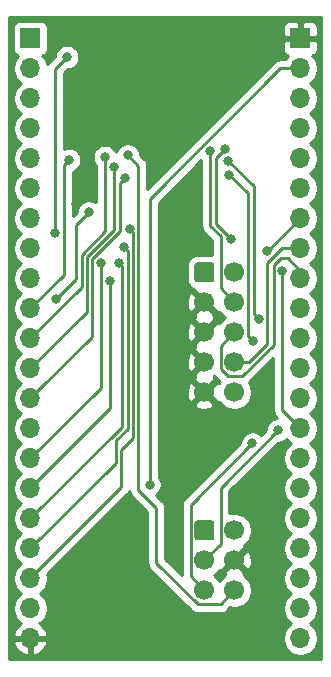
<source format=gbr>
%TF.GenerationSoftware,KiCad,Pcbnew,(5.1.6-0)*%
%TF.CreationDate,2021-10-14T13:54:28-06:00*%
%TF.ProjectId,ESP32-S2-Mini,45535033-322d-4533-922d-4d696e692e6b,rev?*%
%TF.SameCoordinates,Original*%
%TF.FileFunction,Copper,L2,Bot*%
%TF.FilePolarity,Positive*%
%FSLAX46Y46*%
G04 Gerber Fmt 4.6, Leading zero omitted, Abs format (unit mm)*
G04 Created by KiCad (PCBNEW (5.1.6-0)) date 2021-10-14 13:54:28*
%MOMM*%
%LPD*%
G01*
G04 APERTURE LIST*
%TA.AperFunction,ComponentPad*%
%ADD10C,1.700000*%
%TD*%
%TA.AperFunction,ComponentPad*%
%ADD11O,1.700000X1.700000*%
%TD*%
%TA.AperFunction,ComponentPad*%
%ADD12R,1.700000X1.700000*%
%TD*%
%TA.AperFunction,ViaPad*%
%ADD13C,0.800000*%
%TD*%
%TA.AperFunction,Conductor*%
%ADD14C,0.250000*%
%TD*%
%TA.AperFunction,Conductor*%
%ADD15C,0.254000*%
%TD*%
G04 APERTURE END LIST*
D10*
%TO.P,J4,10*%
%TO.N,N/C*%
X205232000Y-101092000D03*
%TO.P,J4,8*%
%TO.N,/GPIO41*%
X205232000Y-98552000D03*
%TO.P,J4,6*%
%TO.N,/GPIO40*%
X205232000Y-96012000D03*
%TO.P,J4,4*%
%TO.N,/GPIO39*%
X205232000Y-93472000D03*
%TO.P,J4,2*%
%TO.N,/GPIO42*%
X205232000Y-90932000D03*
%TO.P,J4,9*%
%TO.N,GND*%
X202692000Y-101092000D03*
%TO.P,J4,7*%
X202692000Y-98552000D03*
%TO.P,J4,5*%
X202692000Y-96012000D03*
%TO.P,J4,3*%
X202692000Y-93472000D03*
%TO.P,J4,1*%
%TO.N,N/C*%
%TA.AperFunction,ComponentPad*%
G36*
G01*
X201842000Y-91532000D02*
X201842000Y-90332000D01*
G75*
G02*
X202092000Y-90082000I250000J0D01*
G01*
X203292000Y-90082000D01*
G75*
G02*
X203542000Y-90332000I0J-250000D01*
G01*
X203542000Y-91532000D01*
G75*
G02*
X203292000Y-91782000I-250000J0D01*
G01*
X202092000Y-91782000D01*
G75*
G02*
X201842000Y-91532000I0J250000D01*
G01*
G37*
%TD.AperFunction*%
%TD*%
%TO.P,J3,6*%
%TO.N,/GPIO0*%
X205232000Y-117856000D03*
%TO.P,J3,4*%
%TO.N,GND*%
X205232000Y-115316000D03*
%TO.P,J3,2*%
%TO.N,N/C*%
X205232000Y-112776000D03*
%TO.P,J3,5*%
%TO.N,/RX*%
X202692000Y-117856000D03*
%TO.P,J3,3*%
%TO.N,/TX*%
X202692000Y-115316000D03*
%TO.P,J3,1*%
%TO.N,/RESET*%
%TA.AperFunction,ComponentPad*%
G36*
G01*
X201842000Y-113376000D02*
X201842000Y-112176000D01*
G75*
G02*
X202092000Y-111926000I250000J0D01*
G01*
X203292000Y-111926000D01*
G75*
G02*
X203542000Y-112176000I0J-250000D01*
G01*
X203542000Y-113376000D01*
G75*
G02*
X203292000Y-113626000I-250000J0D01*
G01*
X202092000Y-113626000D01*
G75*
G02*
X201842000Y-113376000I0J250000D01*
G01*
G37*
%TD.AperFunction*%
%TD*%
D11*
%TO.P,J2,21*%
%TO.N,/GPIO18*%
X210820000Y-121920000D03*
%TO.P,J2,20*%
%TO.N,/GPIO19*%
X210820000Y-119380000D03*
%TO.P,J2,19*%
%TO.N,/GPIO20*%
X210820000Y-116840000D03*
%TO.P,J2,18*%
%TO.N,/GPIO21*%
X210820000Y-114300000D03*
%TO.P,J2,17*%
%TO.N,/GPIO26*%
X210820000Y-111760000D03*
%TO.P,J2,16*%
%TO.N,/GPIO33*%
X210820000Y-109220000D03*
%TO.P,J2,15*%
%TO.N,/GPIO34*%
X210820000Y-106680000D03*
%TO.P,J2,14*%
%TO.N,/GPIO35*%
X210820000Y-104140000D03*
%TO.P,J2,13*%
%TO.N,/GPIO36*%
X210820000Y-101600000D03*
%TO.P,J2,12*%
%TO.N,/GPIO37*%
X210820000Y-99060000D03*
%TO.P,J2,11*%
%TO.N,/GPIO38*%
X210820000Y-96520000D03*
%TO.P,J2,10*%
%TO.N,/GPIO39*%
X210820000Y-93980000D03*
%TO.P,J2,9*%
%TO.N,/GPIO40*%
X210820000Y-91440000D03*
%TO.P,J2,8*%
%TO.N,/GPIO41*%
X210820000Y-88900000D03*
%TO.P,J2,7*%
%TO.N,/GPIO42*%
X210820000Y-86360000D03*
%TO.P,J2,6*%
%TO.N,/TX*%
X210820000Y-83820000D03*
%TO.P,J2,5*%
%TO.N,/RX*%
X210820000Y-81280000D03*
%TO.P,J2,4*%
%TO.N,/GPIO45*%
X210820000Y-78740000D03*
%TO.P,J2,3*%
%TO.N,/GPIO46*%
X210820000Y-76200000D03*
%TO.P,J2,2*%
%TO.N,/RESET*%
X210820000Y-73660000D03*
D12*
%TO.P,J2,1*%
%TO.N,GND*%
X210820000Y-71120000D03*
%TD*%
D11*
%TO.P,J1,21*%
%TO.N,GND*%
X187960000Y-121920000D03*
%TO.P,J1,20*%
%TO.N,+5V*%
X187960000Y-119380000D03*
%TO.P,J1,19*%
%TO.N,/GPIO17*%
X187960000Y-116840000D03*
%TO.P,J1,18*%
%TO.N,/GPIO16*%
X187960000Y-114300000D03*
%TO.P,J1,17*%
%TO.N,/GPIO15*%
X187960000Y-111760000D03*
%TO.P,J1,16*%
%TO.N,/GPIO14*%
X187960000Y-109220000D03*
%TO.P,J1,15*%
%TO.N,/GPIO13*%
X187960000Y-106680000D03*
%TO.P,J1,14*%
%TO.N,/GPIO12*%
X187960000Y-104140000D03*
%TO.P,J1,13*%
%TO.N,/GPIO11*%
X187960000Y-101600000D03*
%TO.P,J1,12*%
%TO.N,/GPIO10*%
X187960000Y-99060000D03*
%TO.P,J1,11*%
%TO.N,/GPIO9*%
X187960000Y-96520000D03*
%TO.P,J1,10*%
%TO.N,/GPIO8*%
X187960000Y-93980000D03*
%TO.P,J1,9*%
%TO.N,/GPIO7*%
X187960000Y-91440000D03*
%TO.P,J1,8*%
%TO.N,/GPIO6*%
X187960000Y-88900000D03*
%TO.P,J1,7*%
%TO.N,/GPIO5*%
X187960000Y-86360000D03*
%TO.P,J1,6*%
%TO.N,/GPIO4*%
X187960000Y-83820000D03*
%TO.P,J1,5*%
%TO.N,/GPIO3*%
X187960000Y-81280000D03*
%TO.P,J1,4*%
%TO.N,/GPIO2*%
X187960000Y-78740000D03*
%TO.P,J1,3*%
%TO.N,/GPIO1*%
X187960000Y-76200000D03*
%TO.P,J1,2*%
%TO.N,/GPIO0*%
X187960000Y-73660000D03*
D12*
%TO.P,J1,1*%
%TO.N,+3V3*%
X187960000Y-71120000D03*
%TD*%
D13*
%TO.N,/RESET*%
X198056500Y-108902500D03*
%TO.N,GND*%
X208280000Y-69850000D03*
X191135000Y-121793000D03*
X197366011Y-115260041D03*
X201930000Y-73279000D03*
X201930000Y-82550000D03*
X191833500Y-85153500D03*
X202692012Y-88392000D03*
%TO.N,+3V3*%
X191067000Y-72712000D03*
X190055491Y-87640944D03*
%TO.N,/GPIO17*%
X196378990Y-87249000D03*
%TO.N,/GPIO16*%
X195915032Y-88819387D03*
%TO.N,/GPIO15*%
X195465021Y-90136662D03*
%TO.N,/GPIO14*%
X194727990Y-91694002D03*
%TO.N,/GPIO13*%
X193912979Y-90177030D03*
%TO.N,/GPIO12*%
X190119000Y-93218000D03*
X192913000Y-85852002D03*
%TO.N,/GPIO11*%
X195961000Y-82931000D03*
%TO.N,/GPIO10*%
X195071996Y-82042000D03*
%TO.N,/GPIO9*%
X194276543Y-81171233D03*
%TO.N,/GPIO8*%
X191225000Y-81407000D03*
%TO.N,/GPIO0*%
X196215000Y-81026000D03*
%TO.N,/GPIO35*%
X209296000Y-90805000D03*
%TO.N,/GPIO36*%
X206819502Y-96710500D03*
X204818114Y-82646386D03*
%TO.N,/GPIO37*%
X207285000Y-94869000D03*
X204724000Y-81470500D03*
%TO.N,/GPIO38*%
X204978000Y-88138000D03*
X204421171Y-80517443D03*
%TO.N,/GPIO39*%
X203200000Y-80645000D03*
%TO.N,/GPIO42*%
X207989116Y-89123149D03*
%TO.N,/TX*%
X208915000Y-104305994D03*
%TO.N,/RX*%
X206756000Y-105410000D03*
%TD*%
D14*
%TO.N,/RESET*%
X209111998Y-73660000D02*
X198056500Y-84715498D01*
X210820000Y-73660000D02*
X209111998Y-73660000D01*
X198056500Y-84715498D02*
X198056500Y-108902500D01*
%TO.N,+3V3*%
X191067000Y-72712000D02*
X190055491Y-73723509D01*
X190055491Y-73723509D02*
X190055491Y-87640944D01*
%TO.N,/GPIO17*%
X195653989Y-109146011D02*
X195653989Y-105950999D01*
X196640034Y-87510044D02*
X196378990Y-87249000D01*
X196640034Y-104964954D02*
X196640034Y-87510044D01*
X195653989Y-105950999D02*
X196640034Y-104964954D01*
X187960000Y-116840000D02*
X195653989Y-109146011D01*
%TO.N,/GPIO16*%
X196190022Y-89094377D02*
X195915032Y-88819387D01*
X196190022Y-104166389D02*
X196190022Y-89094377D01*
X195203978Y-105152433D02*
X196190022Y-104166389D01*
X195203978Y-107056022D02*
X195203978Y-105152433D01*
X187960000Y-114300000D02*
X195203978Y-107056022D01*
%TO.N,/GPIO15*%
X195707000Y-90378641D02*
X195465021Y-90136662D01*
X195707000Y-104013000D02*
X195707000Y-90378641D01*
X187960000Y-111760000D02*
X195707000Y-104013000D01*
%TO.N,/GPIO14*%
X187960000Y-109220000D02*
X194727990Y-102452010D01*
X194727990Y-102452010D02*
X194727990Y-91694002D01*
%TO.N,/GPIO13*%
X187960000Y-106680000D02*
X193912979Y-100727021D01*
X193912979Y-100727021D02*
X193912979Y-90177030D01*
%TO.N,/GPIO12*%
X191837944Y-91499056D02*
X191837944Y-86927058D01*
X190119000Y-93218000D02*
X191837944Y-91499056D01*
X191837944Y-86927058D02*
X192913000Y-85852002D01*
%TO.N,/GPIO11*%
X195561001Y-83330999D02*
X195561001Y-87456004D01*
X193187977Y-96372023D02*
X188809999Y-100750001D01*
X188809999Y-100750001D02*
X187960000Y-101600000D01*
X195961000Y-82931000D02*
X195561001Y-83330999D01*
X195561001Y-87456004D02*
X193187977Y-89829028D01*
X193187977Y-89829028D02*
X193187977Y-96372023D01*
%TO.N,/GPIO10*%
X195071996Y-87308598D02*
X195071996Y-82607685D01*
X195071996Y-82607685D02*
X195071996Y-82042000D01*
X192737966Y-94282034D02*
X192737966Y-89642628D01*
X187960000Y-99060000D02*
X192737966Y-94282034D01*
X192737966Y-89642628D02*
X195071996Y-87308598D01*
%TO.N,/GPIO9*%
X192287955Y-92192045D02*
X192287955Y-89456228D01*
X194276543Y-87467640D02*
X194276543Y-81736918D01*
X194276543Y-81736918D02*
X194276543Y-81171233D01*
X192287955Y-89456228D02*
X194276543Y-87467640D01*
X187960000Y-96520000D02*
X192287955Y-92192045D01*
%TO.N,/GPIO8*%
X190780501Y-91159499D02*
X187960000Y-93980000D01*
X190780501Y-81851499D02*
X190780501Y-91159499D01*
X191225000Y-81407000D02*
X190780501Y-81851499D01*
%TO.N,/GPIO0*%
X204056999Y-119031001D02*
X205232000Y-117856000D01*
X202127999Y-119031001D02*
X204056999Y-119031001D01*
X198628000Y-115531002D02*
X202127999Y-119031001D01*
X197104000Y-81915000D02*
X197104000Y-109347000D01*
X198628000Y-110871000D02*
X198628000Y-115531002D01*
X197104000Y-109347000D02*
X198628000Y-110871000D01*
X196215000Y-81026000D02*
X197104000Y-81915000D01*
%TO.N,/GPIO35*%
X209296000Y-102616000D02*
X209296000Y-90805000D01*
X210820000Y-104140000D02*
X209296000Y-102616000D01*
%TO.N,/GPIO36*%
X206419503Y-84247775D02*
X204818114Y-82646386D01*
X206419503Y-96310501D02*
X206419503Y-84247775D01*
X206819502Y-96710500D02*
X206419503Y-96310501D01*
%TO.N,/GPIO37*%
X207285000Y-94869000D02*
X206885001Y-94469001D01*
X206885001Y-83631501D02*
X204724000Y-81470500D01*
X206885001Y-94469001D02*
X206885001Y-83631501D01*
%TO.N,/GPIO38*%
X203650011Y-81288603D02*
X204421171Y-80517443D01*
X204978000Y-88138000D02*
X203650011Y-86810011D01*
X203650011Y-86810011D02*
X203650011Y-81288603D01*
%TO.N,/GPIO39*%
X205232000Y-93472000D02*
X205105000Y-93345000D01*
X203200000Y-86996411D02*
X204056999Y-87853410D01*
X203200000Y-80645000D02*
X203200000Y-86996411D01*
X204056999Y-92296999D02*
X205232000Y-93472000D01*
X204056999Y-87853410D02*
X204056999Y-92296999D01*
%TO.N,/GPIO40*%
X204056999Y-99116001D02*
X204056999Y-97187001D01*
X204667999Y-99727001D02*
X204056999Y-99116001D01*
X205895490Y-99727001D02*
X204667999Y-99727001D01*
X208570998Y-97051493D02*
X205895490Y-99727001D01*
X204056999Y-97187001D02*
X205232000Y-96012000D01*
X209740196Y-89729804D02*
X209153351Y-89729804D01*
X208570998Y-90312157D02*
X208570998Y-97051493D01*
X209153351Y-89729804D02*
X208570998Y-90312157D01*
X210820000Y-90809608D02*
X209740196Y-89729804D01*
X210820000Y-91440000D02*
X210820000Y-90809608D01*
%TO.N,/GPIO41*%
X208010001Y-90127584D02*
X208010001Y-96976080D01*
X210820000Y-88900000D02*
X209237585Y-88900000D01*
X209237585Y-88900000D02*
X208010001Y-90127584D01*
X206434081Y-98552000D02*
X205232000Y-98552000D01*
X208010001Y-96976080D02*
X206434081Y-98552000D01*
%TO.N,/GPIO42*%
X208056851Y-89123149D02*
X207989116Y-89123149D01*
X210820000Y-86360000D02*
X208056851Y-89123149D01*
%TO.N,/TX*%
X202692000Y-115316000D02*
X204056999Y-113951001D01*
X204056999Y-113951001D02*
X204056999Y-109163995D01*
X204056999Y-109163995D02*
X208915000Y-104305994D01*
%TO.N,/RX*%
X201516999Y-116680999D02*
X202692000Y-117856000D01*
X201516999Y-110649001D02*
X201516999Y-116680999D01*
X206756000Y-105410000D02*
X201516999Y-110649001D01*
%TD*%
D15*
%TO.N,GND*%
G36*
X212598000Y-123698000D02*
G01*
X186182000Y-123698000D01*
X186182000Y-122276890D01*
X186518524Y-122276890D01*
X186563175Y-122424099D01*
X186688359Y-122686920D01*
X186862412Y-122920269D01*
X187078645Y-123115178D01*
X187328748Y-123264157D01*
X187603109Y-123361481D01*
X187833000Y-123240814D01*
X187833000Y-122047000D01*
X188087000Y-122047000D01*
X188087000Y-123240814D01*
X188316891Y-123361481D01*
X188591252Y-123264157D01*
X188841355Y-123115178D01*
X189057588Y-122920269D01*
X189231641Y-122686920D01*
X189356825Y-122424099D01*
X189401476Y-122276890D01*
X189280155Y-122047000D01*
X188087000Y-122047000D01*
X187833000Y-122047000D01*
X186639845Y-122047000D01*
X186518524Y-122276890D01*
X186182000Y-122276890D01*
X186182000Y-70270000D01*
X186471928Y-70270000D01*
X186471928Y-71970000D01*
X186484188Y-72094482D01*
X186520498Y-72214180D01*
X186579463Y-72324494D01*
X186658815Y-72421185D01*
X186755506Y-72500537D01*
X186865820Y-72559502D01*
X186938380Y-72581513D01*
X186806525Y-72713368D01*
X186644010Y-72956589D01*
X186532068Y-73226842D01*
X186475000Y-73513740D01*
X186475000Y-73806260D01*
X186532068Y-74093158D01*
X186644010Y-74363411D01*
X186806525Y-74606632D01*
X187013368Y-74813475D01*
X187187760Y-74930000D01*
X187013368Y-75046525D01*
X186806525Y-75253368D01*
X186644010Y-75496589D01*
X186532068Y-75766842D01*
X186475000Y-76053740D01*
X186475000Y-76346260D01*
X186532068Y-76633158D01*
X186644010Y-76903411D01*
X186806525Y-77146632D01*
X187013368Y-77353475D01*
X187187760Y-77470000D01*
X187013368Y-77586525D01*
X186806525Y-77793368D01*
X186644010Y-78036589D01*
X186532068Y-78306842D01*
X186475000Y-78593740D01*
X186475000Y-78886260D01*
X186532068Y-79173158D01*
X186644010Y-79443411D01*
X186806525Y-79686632D01*
X187013368Y-79893475D01*
X187187760Y-80010000D01*
X187013368Y-80126525D01*
X186806525Y-80333368D01*
X186644010Y-80576589D01*
X186532068Y-80846842D01*
X186475000Y-81133740D01*
X186475000Y-81426260D01*
X186532068Y-81713158D01*
X186644010Y-81983411D01*
X186806525Y-82226632D01*
X187013368Y-82433475D01*
X187187760Y-82550000D01*
X187013368Y-82666525D01*
X186806525Y-82873368D01*
X186644010Y-83116589D01*
X186532068Y-83386842D01*
X186475000Y-83673740D01*
X186475000Y-83966260D01*
X186532068Y-84253158D01*
X186644010Y-84523411D01*
X186806525Y-84766632D01*
X187013368Y-84973475D01*
X187187760Y-85090000D01*
X187013368Y-85206525D01*
X186806525Y-85413368D01*
X186644010Y-85656589D01*
X186532068Y-85926842D01*
X186475000Y-86213740D01*
X186475000Y-86506260D01*
X186532068Y-86793158D01*
X186644010Y-87063411D01*
X186806525Y-87306632D01*
X187013368Y-87513475D01*
X187187760Y-87630000D01*
X187013368Y-87746525D01*
X186806525Y-87953368D01*
X186644010Y-88196589D01*
X186532068Y-88466842D01*
X186475000Y-88753740D01*
X186475000Y-89046260D01*
X186532068Y-89333158D01*
X186644010Y-89603411D01*
X186806525Y-89846632D01*
X187013368Y-90053475D01*
X187187760Y-90170000D01*
X187013368Y-90286525D01*
X186806525Y-90493368D01*
X186644010Y-90736589D01*
X186532068Y-91006842D01*
X186475000Y-91293740D01*
X186475000Y-91586260D01*
X186532068Y-91873158D01*
X186644010Y-92143411D01*
X186806525Y-92386632D01*
X187013368Y-92593475D01*
X187187760Y-92710000D01*
X187013368Y-92826525D01*
X186806525Y-93033368D01*
X186644010Y-93276589D01*
X186532068Y-93546842D01*
X186475000Y-93833740D01*
X186475000Y-94126260D01*
X186532068Y-94413158D01*
X186644010Y-94683411D01*
X186806525Y-94926632D01*
X187013368Y-95133475D01*
X187187760Y-95250000D01*
X187013368Y-95366525D01*
X186806525Y-95573368D01*
X186644010Y-95816589D01*
X186532068Y-96086842D01*
X186475000Y-96373740D01*
X186475000Y-96666260D01*
X186532068Y-96953158D01*
X186644010Y-97223411D01*
X186806525Y-97466632D01*
X187013368Y-97673475D01*
X187187760Y-97790000D01*
X187013368Y-97906525D01*
X186806525Y-98113368D01*
X186644010Y-98356589D01*
X186532068Y-98626842D01*
X186475000Y-98913740D01*
X186475000Y-99206260D01*
X186532068Y-99493158D01*
X186644010Y-99763411D01*
X186806525Y-100006632D01*
X187013368Y-100213475D01*
X187187760Y-100330000D01*
X187013368Y-100446525D01*
X186806525Y-100653368D01*
X186644010Y-100896589D01*
X186532068Y-101166842D01*
X186475000Y-101453740D01*
X186475000Y-101746260D01*
X186532068Y-102033158D01*
X186644010Y-102303411D01*
X186806525Y-102546632D01*
X187013368Y-102753475D01*
X187187760Y-102870000D01*
X187013368Y-102986525D01*
X186806525Y-103193368D01*
X186644010Y-103436589D01*
X186532068Y-103706842D01*
X186475000Y-103993740D01*
X186475000Y-104286260D01*
X186532068Y-104573158D01*
X186644010Y-104843411D01*
X186806525Y-105086632D01*
X187013368Y-105293475D01*
X187187760Y-105410000D01*
X187013368Y-105526525D01*
X186806525Y-105733368D01*
X186644010Y-105976589D01*
X186532068Y-106246842D01*
X186475000Y-106533740D01*
X186475000Y-106826260D01*
X186532068Y-107113158D01*
X186644010Y-107383411D01*
X186806525Y-107626632D01*
X187013368Y-107833475D01*
X187187760Y-107950000D01*
X187013368Y-108066525D01*
X186806525Y-108273368D01*
X186644010Y-108516589D01*
X186532068Y-108786842D01*
X186475000Y-109073740D01*
X186475000Y-109366260D01*
X186532068Y-109653158D01*
X186644010Y-109923411D01*
X186806525Y-110166632D01*
X187013368Y-110373475D01*
X187187760Y-110490000D01*
X187013368Y-110606525D01*
X186806525Y-110813368D01*
X186644010Y-111056589D01*
X186532068Y-111326842D01*
X186475000Y-111613740D01*
X186475000Y-111906260D01*
X186532068Y-112193158D01*
X186644010Y-112463411D01*
X186806525Y-112706632D01*
X187013368Y-112913475D01*
X187187760Y-113030000D01*
X187013368Y-113146525D01*
X186806525Y-113353368D01*
X186644010Y-113596589D01*
X186532068Y-113866842D01*
X186475000Y-114153740D01*
X186475000Y-114446260D01*
X186532068Y-114733158D01*
X186644010Y-115003411D01*
X186806525Y-115246632D01*
X187013368Y-115453475D01*
X187187760Y-115570000D01*
X187013368Y-115686525D01*
X186806525Y-115893368D01*
X186644010Y-116136589D01*
X186532068Y-116406842D01*
X186475000Y-116693740D01*
X186475000Y-116986260D01*
X186532068Y-117273158D01*
X186644010Y-117543411D01*
X186806525Y-117786632D01*
X187013368Y-117993475D01*
X187187760Y-118110000D01*
X187013368Y-118226525D01*
X186806525Y-118433368D01*
X186644010Y-118676589D01*
X186532068Y-118946842D01*
X186475000Y-119233740D01*
X186475000Y-119526260D01*
X186532068Y-119813158D01*
X186644010Y-120083411D01*
X186806525Y-120326632D01*
X187013368Y-120533475D01*
X187195534Y-120655195D01*
X187078645Y-120724822D01*
X186862412Y-120919731D01*
X186688359Y-121153080D01*
X186563175Y-121415901D01*
X186518524Y-121563110D01*
X186639845Y-121793000D01*
X187833000Y-121793000D01*
X187833000Y-121773000D01*
X188087000Y-121773000D01*
X188087000Y-121793000D01*
X189280155Y-121793000D01*
X189401476Y-121563110D01*
X189356825Y-121415901D01*
X189231641Y-121153080D01*
X189057588Y-120919731D01*
X188841355Y-120724822D01*
X188724466Y-120655195D01*
X188906632Y-120533475D01*
X189113475Y-120326632D01*
X189275990Y-120083411D01*
X189387932Y-119813158D01*
X189445000Y-119526260D01*
X189445000Y-119233740D01*
X189387932Y-118946842D01*
X189275990Y-118676589D01*
X189113475Y-118433368D01*
X188906632Y-118226525D01*
X188732240Y-118110000D01*
X188906632Y-117993475D01*
X189113475Y-117786632D01*
X189275990Y-117543411D01*
X189387932Y-117273158D01*
X189445000Y-116986260D01*
X189445000Y-116693740D01*
X189401209Y-116473592D01*
X196164993Y-109709809D01*
X196193990Y-109686012D01*
X196288963Y-109570287D01*
X196350903Y-109454407D01*
X196354998Y-109495986D01*
X196367583Y-109537474D01*
X196398454Y-109639246D01*
X196469026Y-109771276D01*
X196534912Y-109851557D01*
X196564000Y-109887001D01*
X196592998Y-109910799D01*
X197868000Y-111185803D01*
X197868001Y-115493670D01*
X197864324Y-115531002D01*
X197878998Y-115679987D01*
X197922454Y-115823248D01*
X197993026Y-115955278D01*
X198064201Y-116042004D01*
X198088000Y-116071003D01*
X198116998Y-116094801D01*
X201564200Y-119542004D01*
X201587998Y-119571002D01*
X201616996Y-119594800D01*
X201703722Y-119665975D01*
X201835752Y-119736547D01*
X201979013Y-119780004D01*
X202090666Y-119791001D01*
X202090675Y-119791001D01*
X202127998Y-119794677D01*
X202165321Y-119791001D01*
X204019677Y-119791001D01*
X204056999Y-119794677D01*
X204094321Y-119791001D01*
X204094332Y-119791001D01*
X204205985Y-119780004D01*
X204349246Y-119736547D01*
X204481275Y-119665975D01*
X204597000Y-119571002D01*
X204620803Y-119541998D01*
X204865592Y-119297209D01*
X205085740Y-119341000D01*
X205378260Y-119341000D01*
X205665158Y-119283932D01*
X205935411Y-119171990D01*
X206178632Y-119009475D01*
X206385475Y-118802632D01*
X206547990Y-118559411D01*
X206659932Y-118289158D01*
X206717000Y-118002260D01*
X206717000Y-117709740D01*
X206659932Y-117422842D01*
X206547990Y-117152589D01*
X206385475Y-116909368D01*
X206178632Y-116702525D01*
X206005271Y-116586689D01*
X206080792Y-116344397D01*
X205232000Y-115495605D01*
X204383208Y-116344397D01*
X204458729Y-116586689D01*
X204285368Y-116702525D01*
X204078525Y-116909368D01*
X203962000Y-117083760D01*
X203845475Y-116909368D01*
X203638632Y-116702525D01*
X203464240Y-116586000D01*
X203638632Y-116469475D01*
X203845475Y-116262632D01*
X203961311Y-116089271D01*
X204203603Y-116164792D01*
X205052395Y-115316000D01*
X205411605Y-115316000D01*
X206260397Y-116164792D01*
X206509472Y-116087157D01*
X206635371Y-115823117D01*
X206707339Y-115539589D01*
X206722611Y-115247469D01*
X206680599Y-114957981D01*
X206582919Y-114682253D01*
X206509472Y-114544843D01*
X206260397Y-114467208D01*
X205411605Y-115316000D01*
X205052395Y-115316000D01*
X205038253Y-115301858D01*
X205217858Y-115122253D01*
X205232000Y-115136395D01*
X206080792Y-114287603D01*
X206005271Y-114045311D01*
X206178632Y-113929475D01*
X206385475Y-113722632D01*
X206547990Y-113479411D01*
X206659932Y-113209158D01*
X206717000Y-112922260D01*
X206717000Y-112629740D01*
X206659932Y-112342842D01*
X206547990Y-112072589D01*
X206385475Y-111829368D01*
X206178632Y-111622525D01*
X205935411Y-111460010D01*
X205665158Y-111348068D01*
X205378260Y-111291000D01*
X205085740Y-111291000D01*
X204816999Y-111344456D01*
X204816999Y-109478796D01*
X208954802Y-105340994D01*
X209016939Y-105340994D01*
X209216898Y-105301220D01*
X209405256Y-105223199D01*
X209574774Y-105109931D01*
X209639107Y-105045598D01*
X209666525Y-105086632D01*
X209873368Y-105293475D01*
X210047760Y-105410000D01*
X209873368Y-105526525D01*
X209666525Y-105733368D01*
X209504010Y-105976589D01*
X209392068Y-106246842D01*
X209335000Y-106533740D01*
X209335000Y-106826260D01*
X209392068Y-107113158D01*
X209504010Y-107383411D01*
X209666525Y-107626632D01*
X209873368Y-107833475D01*
X210047760Y-107950000D01*
X209873368Y-108066525D01*
X209666525Y-108273368D01*
X209504010Y-108516589D01*
X209392068Y-108786842D01*
X209335000Y-109073740D01*
X209335000Y-109366260D01*
X209392068Y-109653158D01*
X209504010Y-109923411D01*
X209666525Y-110166632D01*
X209873368Y-110373475D01*
X210047760Y-110490000D01*
X209873368Y-110606525D01*
X209666525Y-110813368D01*
X209504010Y-111056589D01*
X209392068Y-111326842D01*
X209335000Y-111613740D01*
X209335000Y-111906260D01*
X209392068Y-112193158D01*
X209504010Y-112463411D01*
X209666525Y-112706632D01*
X209873368Y-112913475D01*
X210047760Y-113030000D01*
X209873368Y-113146525D01*
X209666525Y-113353368D01*
X209504010Y-113596589D01*
X209392068Y-113866842D01*
X209335000Y-114153740D01*
X209335000Y-114446260D01*
X209392068Y-114733158D01*
X209504010Y-115003411D01*
X209666525Y-115246632D01*
X209873368Y-115453475D01*
X210047760Y-115570000D01*
X209873368Y-115686525D01*
X209666525Y-115893368D01*
X209504010Y-116136589D01*
X209392068Y-116406842D01*
X209335000Y-116693740D01*
X209335000Y-116986260D01*
X209392068Y-117273158D01*
X209504010Y-117543411D01*
X209666525Y-117786632D01*
X209873368Y-117993475D01*
X210047760Y-118110000D01*
X209873368Y-118226525D01*
X209666525Y-118433368D01*
X209504010Y-118676589D01*
X209392068Y-118946842D01*
X209335000Y-119233740D01*
X209335000Y-119526260D01*
X209392068Y-119813158D01*
X209504010Y-120083411D01*
X209666525Y-120326632D01*
X209873368Y-120533475D01*
X210047760Y-120650000D01*
X209873368Y-120766525D01*
X209666525Y-120973368D01*
X209504010Y-121216589D01*
X209392068Y-121486842D01*
X209335000Y-121773740D01*
X209335000Y-122066260D01*
X209392068Y-122353158D01*
X209504010Y-122623411D01*
X209666525Y-122866632D01*
X209873368Y-123073475D01*
X210116589Y-123235990D01*
X210386842Y-123347932D01*
X210673740Y-123405000D01*
X210966260Y-123405000D01*
X211253158Y-123347932D01*
X211523411Y-123235990D01*
X211766632Y-123073475D01*
X211973475Y-122866632D01*
X212135990Y-122623411D01*
X212247932Y-122353158D01*
X212305000Y-122066260D01*
X212305000Y-121773740D01*
X212247932Y-121486842D01*
X212135990Y-121216589D01*
X211973475Y-120973368D01*
X211766632Y-120766525D01*
X211592240Y-120650000D01*
X211766632Y-120533475D01*
X211973475Y-120326632D01*
X212135990Y-120083411D01*
X212247932Y-119813158D01*
X212305000Y-119526260D01*
X212305000Y-119233740D01*
X212247932Y-118946842D01*
X212135990Y-118676589D01*
X211973475Y-118433368D01*
X211766632Y-118226525D01*
X211592240Y-118110000D01*
X211766632Y-117993475D01*
X211973475Y-117786632D01*
X212135990Y-117543411D01*
X212247932Y-117273158D01*
X212305000Y-116986260D01*
X212305000Y-116693740D01*
X212247932Y-116406842D01*
X212135990Y-116136589D01*
X211973475Y-115893368D01*
X211766632Y-115686525D01*
X211592240Y-115570000D01*
X211766632Y-115453475D01*
X211973475Y-115246632D01*
X212135990Y-115003411D01*
X212247932Y-114733158D01*
X212305000Y-114446260D01*
X212305000Y-114153740D01*
X212247932Y-113866842D01*
X212135990Y-113596589D01*
X211973475Y-113353368D01*
X211766632Y-113146525D01*
X211592240Y-113030000D01*
X211766632Y-112913475D01*
X211973475Y-112706632D01*
X212135990Y-112463411D01*
X212247932Y-112193158D01*
X212305000Y-111906260D01*
X212305000Y-111613740D01*
X212247932Y-111326842D01*
X212135990Y-111056589D01*
X211973475Y-110813368D01*
X211766632Y-110606525D01*
X211592240Y-110490000D01*
X211766632Y-110373475D01*
X211973475Y-110166632D01*
X212135990Y-109923411D01*
X212247932Y-109653158D01*
X212305000Y-109366260D01*
X212305000Y-109073740D01*
X212247932Y-108786842D01*
X212135990Y-108516589D01*
X211973475Y-108273368D01*
X211766632Y-108066525D01*
X211592240Y-107950000D01*
X211766632Y-107833475D01*
X211973475Y-107626632D01*
X212135990Y-107383411D01*
X212247932Y-107113158D01*
X212305000Y-106826260D01*
X212305000Y-106533740D01*
X212247932Y-106246842D01*
X212135990Y-105976589D01*
X211973475Y-105733368D01*
X211766632Y-105526525D01*
X211592240Y-105410000D01*
X211766632Y-105293475D01*
X211973475Y-105086632D01*
X212135990Y-104843411D01*
X212247932Y-104573158D01*
X212305000Y-104286260D01*
X212305000Y-103993740D01*
X212247932Y-103706842D01*
X212135990Y-103436589D01*
X211973475Y-103193368D01*
X211766632Y-102986525D01*
X211592240Y-102870000D01*
X211766632Y-102753475D01*
X211973475Y-102546632D01*
X212135990Y-102303411D01*
X212247932Y-102033158D01*
X212305000Y-101746260D01*
X212305000Y-101453740D01*
X212247932Y-101166842D01*
X212135990Y-100896589D01*
X211973475Y-100653368D01*
X211766632Y-100446525D01*
X211592240Y-100330000D01*
X211766632Y-100213475D01*
X211973475Y-100006632D01*
X212135990Y-99763411D01*
X212247932Y-99493158D01*
X212305000Y-99206260D01*
X212305000Y-98913740D01*
X212247932Y-98626842D01*
X212135990Y-98356589D01*
X211973475Y-98113368D01*
X211766632Y-97906525D01*
X211592240Y-97790000D01*
X211766632Y-97673475D01*
X211973475Y-97466632D01*
X212135990Y-97223411D01*
X212247932Y-96953158D01*
X212305000Y-96666260D01*
X212305000Y-96373740D01*
X212247932Y-96086842D01*
X212135990Y-95816589D01*
X211973475Y-95573368D01*
X211766632Y-95366525D01*
X211592240Y-95250000D01*
X211766632Y-95133475D01*
X211973475Y-94926632D01*
X212135990Y-94683411D01*
X212247932Y-94413158D01*
X212305000Y-94126260D01*
X212305000Y-93833740D01*
X212247932Y-93546842D01*
X212135990Y-93276589D01*
X211973475Y-93033368D01*
X211766632Y-92826525D01*
X211592240Y-92710000D01*
X211766632Y-92593475D01*
X211973475Y-92386632D01*
X212135990Y-92143411D01*
X212247932Y-91873158D01*
X212305000Y-91586260D01*
X212305000Y-91293740D01*
X212247932Y-91006842D01*
X212135990Y-90736589D01*
X211973475Y-90493368D01*
X211766632Y-90286525D01*
X211592240Y-90170000D01*
X211766632Y-90053475D01*
X211973475Y-89846632D01*
X212135990Y-89603411D01*
X212247932Y-89333158D01*
X212305000Y-89046260D01*
X212305000Y-88753740D01*
X212247932Y-88466842D01*
X212135990Y-88196589D01*
X211973475Y-87953368D01*
X211766632Y-87746525D01*
X211592240Y-87630000D01*
X211766632Y-87513475D01*
X211973475Y-87306632D01*
X212135990Y-87063411D01*
X212247932Y-86793158D01*
X212305000Y-86506260D01*
X212305000Y-86213740D01*
X212247932Y-85926842D01*
X212135990Y-85656589D01*
X211973475Y-85413368D01*
X211766632Y-85206525D01*
X211592240Y-85090000D01*
X211766632Y-84973475D01*
X211973475Y-84766632D01*
X212135990Y-84523411D01*
X212247932Y-84253158D01*
X212305000Y-83966260D01*
X212305000Y-83673740D01*
X212247932Y-83386842D01*
X212135990Y-83116589D01*
X211973475Y-82873368D01*
X211766632Y-82666525D01*
X211592240Y-82550000D01*
X211766632Y-82433475D01*
X211973475Y-82226632D01*
X212135990Y-81983411D01*
X212247932Y-81713158D01*
X212305000Y-81426260D01*
X212305000Y-81133740D01*
X212247932Y-80846842D01*
X212135990Y-80576589D01*
X211973475Y-80333368D01*
X211766632Y-80126525D01*
X211592240Y-80010000D01*
X211766632Y-79893475D01*
X211973475Y-79686632D01*
X212135990Y-79443411D01*
X212247932Y-79173158D01*
X212305000Y-78886260D01*
X212305000Y-78593740D01*
X212247932Y-78306842D01*
X212135990Y-78036589D01*
X211973475Y-77793368D01*
X211766632Y-77586525D01*
X211592240Y-77470000D01*
X211766632Y-77353475D01*
X211973475Y-77146632D01*
X212135990Y-76903411D01*
X212247932Y-76633158D01*
X212305000Y-76346260D01*
X212305000Y-76053740D01*
X212247932Y-75766842D01*
X212135990Y-75496589D01*
X211973475Y-75253368D01*
X211766632Y-75046525D01*
X211592240Y-74930000D01*
X211766632Y-74813475D01*
X211973475Y-74606632D01*
X212135990Y-74363411D01*
X212247932Y-74093158D01*
X212305000Y-73806260D01*
X212305000Y-73513740D01*
X212247932Y-73226842D01*
X212135990Y-72956589D01*
X211973475Y-72713368D01*
X211841620Y-72581513D01*
X211914180Y-72559502D01*
X212024494Y-72500537D01*
X212121185Y-72421185D01*
X212200537Y-72324494D01*
X212259502Y-72214180D01*
X212295812Y-72094482D01*
X212308072Y-71970000D01*
X212305000Y-71405750D01*
X212146250Y-71247000D01*
X210947000Y-71247000D01*
X210947000Y-71267000D01*
X210693000Y-71267000D01*
X210693000Y-71247000D01*
X209493750Y-71247000D01*
X209335000Y-71405750D01*
X209331928Y-71970000D01*
X209344188Y-72094482D01*
X209380498Y-72214180D01*
X209439463Y-72324494D01*
X209518815Y-72421185D01*
X209615506Y-72500537D01*
X209725820Y-72559502D01*
X209798380Y-72581513D01*
X209666525Y-72713368D01*
X209541822Y-72900000D01*
X209149320Y-72900000D01*
X209111997Y-72896324D01*
X209074674Y-72900000D01*
X209074665Y-72900000D01*
X208963012Y-72910997D01*
X208819751Y-72954454D01*
X208687722Y-73025026D01*
X208571997Y-73119999D01*
X208548199Y-73148997D01*
X197864000Y-83833197D01*
X197864000Y-81952323D01*
X197867676Y-81915000D01*
X197864000Y-81877677D01*
X197864000Y-81877667D01*
X197853003Y-81766014D01*
X197809546Y-81622753D01*
X197738974Y-81490724D01*
X197644001Y-81374999D01*
X197615004Y-81351202D01*
X197250000Y-80986198D01*
X197250000Y-80924061D01*
X197210226Y-80724102D01*
X197132205Y-80535744D01*
X197018937Y-80366226D01*
X196874774Y-80222063D01*
X196705256Y-80108795D01*
X196516898Y-80030774D01*
X196316939Y-79991000D01*
X196113061Y-79991000D01*
X195913102Y-80030774D01*
X195724744Y-80108795D01*
X195555226Y-80222063D01*
X195411063Y-80366226D01*
X195297795Y-80535744D01*
X195219774Y-80724102D01*
X195217126Y-80737416D01*
X195193748Y-80680977D01*
X195080480Y-80511459D01*
X194936317Y-80367296D01*
X194766799Y-80254028D01*
X194578441Y-80176007D01*
X194378482Y-80136233D01*
X194174604Y-80136233D01*
X193974645Y-80176007D01*
X193786287Y-80254028D01*
X193616769Y-80367296D01*
X193472606Y-80511459D01*
X193359338Y-80680977D01*
X193281317Y-80869335D01*
X193241543Y-81069294D01*
X193241543Y-81273172D01*
X193281317Y-81473131D01*
X193359338Y-81661489D01*
X193472606Y-81831007D01*
X193516544Y-81874945D01*
X193516543Y-85010493D01*
X193403256Y-84934797D01*
X193214898Y-84856776D01*
X193014939Y-84817002D01*
X192811061Y-84817002D01*
X192611102Y-84856776D01*
X192422744Y-84934797D01*
X192253226Y-85048065D01*
X192109063Y-85192228D01*
X191995795Y-85361746D01*
X191917774Y-85550104D01*
X191878000Y-85750063D01*
X191878000Y-85812200D01*
X191540501Y-86149700D01*
X191540501Y-82396591D01*
X191715256Y-82324205D01*
X191884774Y-82210937D01*
X192028937Y-82066774D01*
X192142205Y-81897256D01*
X192220226Y-81708898D01*
X192260000Y-81508939D01*
X192260000Y-81305061D01*
X192220226Y-81105102D01*
X192142205Y-80916744D01*
X192028937Y-80747226D01*
X191884774Y-80603063D01*
X191715256Y-80489795D01*
X191526898Y-80411774D01*
X191326939Y-80372000D01*
X191123061Y-80372000D01*
X190923102Y-80411774D01*
X190815491Y-80456348D01*
X190815491Y-74038310D01*
X191106802Y-73747000D01*
X191168939Y-73747000D01*
X191368898Y-73707226D01*
X191557256Y-73629205D01*
X191726774Y-73515937D01*
X191870937Y-73371774D01*
X191984205Y-73202256D01*
X192062226Y-73013898D01*
X192102000Y-72813939D01*
X192102000Y-72610061D01*
X192062226Y-72410102D01*
X191984205Y-72221744D01*
X191870937Y-72052226D01*
X191726774Y-71908063D01*
X191557256Y-71794795D01*
X191368898Y-71716774D01*
X191168939Y-71677000D01*
X190965061Y-71677000D01*
X190765102Y-71716774D01*
X190576744Y-71794795D01*
X190407226Y-71908063D01*
X190263063Y-72052226D01*
X190149795Y-72221744D01*
X190071774Y-72410102D01*
X190032000Y-72610061D01*
X190032000Y-72672198D01*
X189544493Y-73159705D01*
X189515490Y-73183508D01*
X189483078Y-73223003D01*
X189420517Y-73299233D01*
X189407264Y-73324028D01*
X189387932Y-73226842D01*
X189275990Y-72956589D01*
X189113475Y-72713368D01*
X188981620Y-72581513D01*
X189054180Y-72559502D01*
X189164494Y-72500537D01*
X189261185Y-72421185D01*
X189340537Y-72324494D01*
X189399502Y-72214180D01*
X189435812Y-72094482D01*
X189448072Y-71970000D01*
X189448072Y-70270000D01*
X209331928Y-70270000D01*
X209335000Y-70834250D01*
X209493750Y-70993000D01*
X210693000Y-70993000D01*
X210693000Y-69793750D01*
X210947000Y-69793750D01*
X210947000Y-70993000D01*
X212146250Y-70993000D01*
X212305000Y-70834250D01*
X212308072Y-70270000D01*
X212295812Y-70145518D01*
X212259502Y-70025820D01*
X212200537Y-69915506D01*
X212121185Y-69818815D01*
X212024494Y-69739463D01*
X211914180Y-69680498D01*
X211794482Y-69644188D01*
X211670000Y-69631928D01*
X211105750Y-69635000D01*
X210947000Y-69793750D01*
X210693000Y-69793750D01*
X210534250Y-69635000D01*
X209970000Y-69631928D01*
X209845518Y-69644188D01*
X209725820Y-69680498D01*
X209615506Y-69739463D01*
X209518815Y-69818815D01*
X209439463Y-69915506D01*
X209380498Y-70025820D01*
X209344188Y-70145518D01*
X209331928Y-70270000D01*
X189448072Y-70270000D01*
X189435812Y-70145518D01*
X189399502Y-70025820D01*
X189340537Y-69915506D01*
X189261185Y-69818815D01*
X189164494Y-69739463D01*
X189054180Y-69680498D01*
X188934482Y-69644188D01*
X188810000Y-69631928D01*
X187110000Y-69631928D01*
X186985518Y-69644188D01*
X186865820Y-69680498D01*
X186755506Y-69739463D01*
X186658815Y-69818815D01*
X186579463Y-69915506D01*
X186520498Y-70025820D01*
X186484188Y-70145518D01*
X186471928Y-70270000D01*
X186182000Y-70270000D01*
X186182000Y-69342000D01*
X212598000Y-69342000D01*
X212598000Y-123698000D01*
G37*
X212598000Y-123698000D02*
X186182000Y-123698000D01*
X186182000Y-122276890D01*
X186518524Y-122276890D01*
X186563175Y-122424099D01*
X186688359Y-122686920D01*
X186862412Y-122920269D01*
X187078645Y-123115178D01*
X187328748Y-123264157D01*
X187603109Y-123361481D01*
X187833000Y-123240814D01*
X187833000Y-122047000D01*
X188087000Y-122047000D01*
X188087000Y-123240814D01*
X188316891Y-123361481D01*
X188591252Y-123264157D01*
X188841355Y-123115178D01*
X189057588Y-122920269D01*
X189231641Y-122686920D01*
X189356825Y-122424099D01*
X189401476Y-122276890D01*
X189280155Y-122047000D01*
X188087000Y-122047000D01*
X187833000Y-122047000D01*
X186639845Y-122047000D01*
X186518524Y-122276890D01*
X186182000Y-122276890D01*
X186182000Y-70270000D01*
X186471928Y-70270000D01*
X186471928Y-71970000D01*
X186484188Y-72094482D01*
X186520498Y-72214180D01*
X186579463Y-72324494D01*
X186658815Y-72421185D01*
X186755506Y-72500537D01*
X186865820Y-72559502D01*
X186938380Y-72581513D01*
X186806525Y-72713368D01*
X186644010Y-72956589D01*
X186532068Y-73226842D01*
X186475000Y-73513740D01*
X186475000Y-73806260D01*
X186532068Y-74093158D01*
X186644010Y-74363411D01*
X186806525Y-74606632D01*
X187013368Y-74813475D01*
X187187760Y-74930000D01*
X187013368Y-75046525D01*
X186806525Y-75253368D01*
X186644010Y-75496589D01*
X186532068Y-75766842D01*
X186475000Y-76053740D01*
X186475000Y-76346260D01*
X186532068Y-76633158D01*
X186644010Y-76903411D01*
X186806525Y-77146632D01*
X187013368Y-77353475D01*
X187187760Y-77470000D01*
X187013368Y-77586525D01*
X186806525Y-77793368D01*
X186644010Y-78036589D01*
X186532068Y-78306842D01*
X186475000Y-78593740D01*
X186475000Y-78886260D01*
X186532068Y-79173158D01*
X186644010Y-79443411D01*
X186806525Y-79686632D01*
X187013368Y-79893475D01*
X187187760Y-80010000D01*
X187013368Y-80126525D01*
X186806525Y-80333368D01*
X186644010Y-80576589D01*
X186532068Y-80846842D01*
X186475000Y-81133740D01*
X186475000Y-81426260D01*
X186532068Y-81713158D01*
X186644010Y-81983411D01*
X186806525Y-82226632D01*
X187013368Y-82433475D01*
X187187760Y-82550000D01*
X187013368Y-82666525D01*
X186806525Y-82873368D01*
X186644010Y-83116589D01*
X186532068Y-83386842D01*
X186475000Y-83673740D01*
X186475000Y-83966260D01*
X186532068Y-84253158D01*
X186644010Y-84523411D01*
X186806525Y-84766632D01*
X187013368Y-84973475D01*
X187187760Y-85090000D01*
X187013368Y-85206525D01*
X186806525Y-85413368D01*
X186644010Y-85656589D01*
X186532068Y-85926842D01*
X186475000Y-86213740D01*
X186475000Y-86506260D01*
X186532068Y-86793158D01*
X186644010Y-87063411D01*
X186806525Y-87306632D01*
X187013368Y-87513475D01*
X187187760Y-87630000D01*
X187013368Y-87746525D01*
X186806525Y-87953368D01*
X186644010Y-88196589D01*
X186532068Y-88466842D01*
X186475000Y-88753740D01*
X186475000Y-89046260D01*
X186532068Y-89333158D01*
X186644010Y-89603411D01*
X186806525Y-89846632D01*
X187013368Y-90053475D01*
X187187760Y-90170000D01*
X187013368Y-90286525D01*
X186806525Y-90493368D01*
X186644010Y-90736589D01*
X186532068Y-91006842D01*
X186475000Y-91293740D01*
X186475000Y-91586260D01*
X186532068Y-91873158D01*
X186644010Y-92143411D01*
X186806525Y-92386632D01*
X187013368Y-92593475D01*
X187187760Y-92710000D01*
X187013368Y-92826525D01*
X186806525Y-93033368D01*
X186644010Y-93276589D01*
X186532068Y-93546842D01*
X186475000Y-93833740D01*
X186475000Y-94126260D01*
X186532068Y-94413158D01*
X186644010Y-94683411D01*
X186806525Y-94926632D01*
X187013368Y-95133475D01*
X187187760Y-95250000D01*
X187013368Y-95366525D01*
X186806525Y-95573368D01*
X186644010Y-95816589D01*
X186532068Y-96086842D01*
X186475000Y-96373740D01*
X186475000Y-96666260D01*
X186532068Y-96953158D01*
X186644010Y-97223411D01*
X186806525Y-97466632D01*
X187013368Y-97673475D01*
X187187760Y-97790000D01*
X187013368Y-97906525D01*
X186806525Y-98113368D01*
X186644010Y-98356589D01*
X186532068Y-98626842D01*
X186475000Y-98913740D01*
X186475000Y-99206260D01*
X186532068Y-99493158D01*
X186644010Y-99763411D01*
X186806525Y-100006632D01*
X187013368Y-100213475D01*
X187187760Y-100330000D01*
X187013368Y-100446525D01*
X186806525Y-100653368D01*
X186644010Y-100896589D01*
X186532068Y-101166842D01*
X186475000Y-101453740D01*
X186475000Y-101746260D01*
X186532068Y-102033158D01*
X186644010Y-102303411D01*
X186806525Y-102546632D01*
X187013368Y-102753475D01*
X187187760Y-102870000D01*
X187013368Y-102986525D01*
X186806525Y-103193368D01*
X186644010Y-103436589D01*
X186532068Y-103706842D01*
X186475000Y-103993740D01*
X186475000Y-104286260D01*
X186532068Y-104573158D01*
X186644010Y-104843411D01*
X186806525Y-105086632D01*
X187013368Y-105293475D01*
X187187760Y-105410000D01*
X187013368Y-105526525D01*
X186806525Y-105733368D01*
X186644010Y-105976589D01*
X186532068Y-106246842D01*
X186475000Y-106533740D01*
X186475000Y-106826260D01*
X186532068Y-107113158D01*
X186644010Y-107383411D01*
X186806525Y-107626632D01*
X187013368Y-107833475D01*
X187187760Y-107950000D01*
X187013368Y-108066525D01*
X186806525Y-108273368D01*
X186644010Y-108516589D01*
X186532068Y-108786842D01*
X186475000Y-109073740D01*
X186475000Y-109366260D01*
X186532068Y-109653158D01*
X186644010Y-109923411D01*
X186806525Y-110166632D01*
X187013368Y-110373475D01*
X187187760Y-110490000D01*
X187013368Y-110606525D01*
X186806525Y-110813368D01*
X186644010Y-111056589D01*
X186532068Y-111326842D01*
X186475000Y-111613740D01*
X186475000Y-111906260D01*
X186532068Y-112193158D01*
X186644010Y-112463411D01*
X186806525Y-112706632D01*
X187013368Y-112913475D01*
X187187760Y-113030000D01*
X187013368Y-113146525D01*
X186806525Y-113353368D01*
X186644010Y-113596589D01*
X186532068Y-113866842D01*
X186475000Y-114153740D01*
X186475000Y-114446260D01*
X186532068Y-114733158D01*
X186644010Y-115003411D01*
X186806525Y-115246632D01*
X187013368Y-115453475D01*
X187187760Y-115570000D01*
X187013368Y-115686525D01*
X186806525Y-115893368D01*
X186644010Y-116136589D01*
X186532068Y-116406842D01*
X186475000Y-116693740D01*
X186475000Y-116986260D01*
X186532068Y-117273158D01*
X186644010Y-117543411D01*
X186806525Y-117786632D01*
X187013368Y-117993475D01*
X187187760Y-118110000D01*
X187013368Y-118226525D01*
X186806525Y-118433368D01*
X186644010Y-118676589D01*
X186532068Y-118946842D01*
X186475000Y-119233740D01*
X186475000Y-119526260D01*
X186532068Y-119813158D01*
X186644010Y-120083411D01*
X186806525Y-120326632D01*
X187013368Y-120533475D01*
X187195534Y-120655195D01*
X187078645Y-120724822D01*
X186862412Y-120919731D01*
X186688359Y-121153080D01*
X186563175Y-121415901D01*
X186518524Y-121563110D01*
X186639845Y-121793000D01*
X187833000Y-121793000D01*
X187833000Y-121773000D01*
X188087000Y-121773000D01*
X188087000Y-121793000D01*
X189280155Y-121793000D01*
X189401476Y-121563110D01*
X189356825Y-121415901D01*
X189231641Y-121153080D01*
X189057588Y-120919731D01*
X188841355Y-120724822D01*
X188724466Y-120655195D01*
X188906632Y-120533475D01*
X189113475Y-120326632D01*
X189275990Y-120083411D01*
X189387932Y-119813158D01*
X189445000Y-119526260D01*
X189445000Y-119233740D01*
X189387932Y-118946842D01*
X189275990Y-118676589D01*
X189113475Y-118433368D01*
X188906632Y-118226525D01*
X188732240Y-118110000D01*
X188906632Y-117993475D01*
X189113475Y-117786632D01*
X189275990Y-117543411D01*
X189387932Y-117273158D01*
X189445000Y-116986260D01*
X189445000Y-116693740D01*
X189401209Y-116473592D01*
X196164993Y-109709809D01*
X196193990Y-109686012D01*
X196288963Y-109570287D01*
X196350903Y-109454407D01*
X196354998Y-109495986D01*
X196367583Y-109537474D01*
X196398454Y-109639246D01*
X196469026Y-109771276D01*
X196534912Y-109851557D01*
X196564000Y-109887001D01*
X196592998Y-109910799D01*
X197868000Y-111185803D01*
X197868001Y-115493670D01*
X197864324Y-115531002D01*
X197878998Y-115679987D01*
X197922454Y-115823248D01*
X197993026Y-115955278D01*
X198064201Y-116042004D01*
X198088000Y-116071003D01*
X198116998Y-116094801D01*
X201564200Y-119542004D01*
X201587998Y-119571002D01*
X201616996Y-119594800D01*
X201703722Y-119665975D01*
X201835752Y-119736547D01*
X201979013Y-119780004D01*
X202090666Y-119791001D01*
X202090675Y-119791001D01*
X202127998Y-119794677D01*
X202165321Y-119791001D01*
X204019677Y-119791001D01*
X204056999Y-119794677D01*
X204094321Y-119791001D01*
X204094332Y-119791001D01*
X204205985Y-119780004D01*
X204349246Y-119736547D01*
X204481275Y-119665975D01*
X204597000Y-119571002D01*
X204620803Y-119541998D01*
X204865592Y-119297209D01*
X205085740Y-119341000D01*
X205378260Y-119341000D01*
X205665158Y-119283932D01*
X205935411Y-119171990D01*
X206178632Y-119009475D01*
X206385475Y-118802632D01*
X206547990Y-118559411D01*
X206659932Y-118289158D01*
X206717000Y-118002260D01*
X206717000Y-117709740D01*
X206659932Y-117422842D01*
X206547990Y-117152589D01*
X206385475Y-116909368D01*
X206178632Y-116702525D01*
X206005271Y-116586689D01*
X206080792Y-116344397D01*
X205232000Y-115495605D01*
X204383208Y-116344397D01*
X204458729Y-116586689D01*
X204285368Y-116702525D01*
X204078525Y-116909368D01*
X203962000Y-117083760D01*
X203845475Y-116909368D01*
X203638632Y-116702525D01*
X203464240Y-116586000D01*
X203638632Y-116469475D01*
X203845475Y-116262632D01*
X203961311Y-116089271D01*
X204203603Y-116164792D01*
X205052395Y-115316000D01*
X205411605Y-115316000D01*
X206260397Y-116164792D01*
X206509472Y-116087157D01*
X206635371Y-115823117D01*
X206707339Y-115539589D01*
X206722611Y-115247469D01*
X206680599Y-114957981D01*
X206582919Y-114682253D01*
X206509472Y-114544843D01*
X206260397Y-114467208D01*
X205411605Y-115316000D01*
X205052395Y-115316000D01*
X205038253Y-115301858D01*
X205217858Y-115122253D01*
X205232000Y-115136395D01*
X206080792Y-114287603D01*
X206005271Y-114045311D01*
X206178632Y-113929475D01*
X206385475Y-113722632D01*
X206547990Y-113479411D01*
X206659932Y-113209158D01*
X206717000Y-112922260D01*
X206717000Y-112629740D01*
X206659932Y-112342842D01*
X206547990Y-112072589D01*
X206385475Y-111829368D01*
X206178632Y-111622525D01*
X205935411Y-111460010D01*
X205665158Y-111348068D01*
X205378260Y-111291000D01*
X205085740Y-111291000D01*
X204816999Y-111344456D01*
X204816999Y-109478796D01*
X208954802Y-105340994D01*
X209016939Y-105340994D01*
X209216898Y-105301220D01*
X209405256Y-105223199D01*
X209574774Y-105109931D01*
X209639107Y-105045598D01*
X209666525Y-105086632D01*
X209873368Y-105293475D01*
X210047760Y-105410000D01*
X209873368Y-105526525D01*
X209666525Y-105733368D01*
X209504010Y-105976589D01*
X209392068Y-106246842D01*
X209335000Y-106533740D01*
X209335000Y-106826260D01*
X209392068Y-107113158D01*
X209504010Y-107383411D01*
X209666525Y-107626632D01*
X209873368Y-107833475D01*
X210047760Y-107950000D01*
X209873368Y-108066525D01*
X209666525Y-108273368D01*
X209504010Y-108516589D01*
X209392068Y-108786842D01*
X209335000Y-109073740D01*
X209335000Y-109366260D01*
X209392068Y-109653158D01*
X209504010Y-109923411D01*
X209666525Y-110166632D01*
X209873368Y-110373475D01*
X210047760Y-110490000D01*
X209873368Y-110606525D01*
X209666525Y-110813368D01*
X209504010Y-111056589D01*
X209392068Y-111326842D01*
X209335000Y-111613740D01*
X209335000Y-111906260D01*
X209392068Y-112193158D01*
X209504010Y-112463411D01*
X209666525Y-112706632D01*
X209873368Y-112913475D01*
X210047760Y-113030000D01*
X209873368Y-113146525D01*
X209666525Y-113353368D01*
X209504010Y-113596589D01*
X209392068Y-113866842D01*
X209335000Y-114153740D01*
X209335000Y-114446260D01*
X209392068Y-114733158D01*
X209504010Y-115003411D01*
X209666525Y-115246632D01*
X209873368Y-115453475D01*
X210047760Y-115570000D01*
X209873368Y-115686525D01*
X209666525Y-115893368D01*
X209504010Y-116136589D01*
X209392068Y-116406842D01*
X209335000Y-116693740D01*
X209335000Y-116986260D01*
X209392068Y-117273158D01*
X209504010Y-117543411D01*
X209666525Y-117786632D01*
X209873368Y-117993475D01*
X210047760Y-118110000D01*
X209873368Y-118226525D01*
X209666525Y-118433368D01*
X209504010Y-118676589D01*
X209392068Y-118946842D01*
X209335000Y-119233740D01*
X209335000Y-119526260D01*
X209392068Y-119813158D01*
X209504010Y-120083411D01*
X209666525Y-120326632D01*
X209873368Y-120533475D01*
X210047760Y-120650000D01*
X209873368Y-120766525D01*
X209666525Y-120973368D01*
X209504010Y-121216589D01*
X209392068Y-121486842D01*
X209335000Y-121773740D01*
X209335000Y-122066260D01*
X209392068Y-122353158D01*
X209504010Y-122623411D01*
X209666525Y-122866632D01*
X209873368Y-123073475D01*
X210116589Y-123235990D01*
X210386842Y-123347932D01*
X210673740Y-123405000D01*
X210966260Y-123405000D01*
X211253158Y-123347932D01*
X211523411Y-123235990D01*
X211766632Y-123073475D01*
X211973475Y-122866632D01*
X212135990Y-122623411D01*
X212247932Y-122353158D01*
X212305000Y-122066260D01*
X212305000Y-121773740D01*
X212247932Y-121486842D01*
X212135990Y-121216589D01*
X211973475Y-120973368D01*
X211766632Y-120766525D01*
X211592240Y-120650000D01*
X211766632Y-120533475D01*
X211973475Y-120326632D01*
X212135990Y-120083411D01*
X212247932Y-119813158D01*
X212305000Y-119526260D01*
X212305000Y-119233740D01*
X212247932Y-118946842D01*
X212135990Y-118676589D01*
X211973475Y-118433368D01*
X211766632Y-118226525D01*
X211592240Y-118110000D01*
X211766632Y-117993475D01*
X211973475Y-117786632D01*
X212135990Y-117543411D01*
X212247932Y-117273158D01*
X212305000Y-116986260D01*
X212305000Y-116693740D01*
X212247932Y-116406842D01*
X212135990Y-116136589D01*
X211973475Y-115893368D01*
X211766632Y-115686525D01*
X211592240Y-115570000D01*
X211766632Y-115453475D01*
X211973475Y-115246632D01*
X212135990Y-115003411D01*
X212247932Y-114733158D01*
X212305000Y-114446260D01*
X212305000Y-114153740D01*
X212247932Y-113866842D01*
X212135990Y-113596589D01*
X211973475Y-113353368D01*
X211766632Y-113146525D01*
X211592240Y-113030000D01*
X211766632Y-112913475D01*
X211973475Y-112706632D01*
X212135990Y-112463411D01*
X212247932Y-112193158D01*
X212305000Y-111906260D01*
X212305000Y-111613740D01*
X212247932Y-111326842D01*
X212135990Y-111056589D01*
X211973475Y-110813368D01*
X211766632Y-110606525D01*
X211592240Y-110490000D01*
X211766632Y-110373475D01*
X211973475Y-110166632D01*
X212135990Y-109923411D01*
X212247932Y-109653158D01*
X212305000Y-109366260D01*
X212305000Y-109073740D01*
X212247932Y-108786842D01*
X212135990Y-108516589D01*
X211973475Y-108273368D01*
X211766632Y-108066525D01*
X211592240Y-107950000D01*
X211766632Y-107833475D01*
X211973475Y-107626632D01*
X212135990Y-107383411D01*
X212247932Y-107113158D01*
X212305000Y-106826260D01*
X212305000Y-106533740D01*
X212247932Y-106246842D01*
X212135990Y-105976589D01*
X211973475Y-105733368D01*
X211766632Y-105526525D01*
X211592240Y-105410000D01*
X211766632Y-105293475D01*
X211973475Y-105086632D01*
X212135990Y-104843411D01*
X212247932Y-104573158D01*
X212305000Y-104286260D01*
X212305000Y-103993740D01*
X212247932Y-103706842D01*
X212135990Y-103436589D01*
X211973475Y-103193368D01*
X211766632Y-102986525D01*
X211592240Y-102870000D01*
X211766632Y-102753475D01*
X211973475Y-102546632D01*
X212135990Y-102303411D01*
X212247932Y-102033158D01*
X212305000Y-101746260D01*
X212305000Y-101453740D01*
X212247932Y-101166842D01*
X212135990Y-100896589D01*
X211973475Y-100653368D01*
X211766632Y-100446525D01*
X211592240Y-100330000D01*
X211766632Y-100213475D01*
X211973475Y-100006632D01*
X212135990Y-99763411D01*
X212247932Y-99493158D01*
X212305000Y-99206260D01*
X212305000Y-98913740D01*
X212247932Y-98626842D01*
X212135990Y-98356589D01*
X211973475Y-98113368D01*
X211766632Y-97906525D01*
X211592240Y-97790000D01*
X211766632Y-97673475D01*
X211973475Y-97466632D01*
X212135990Y-97223411D01*
X212247932Y-96953158D01*
X212305000Y-96666260D01*
X212305000Y-96373740D01*
X212247932Y-96086842D01*
X212135990Y-95816589D01*
X211973475Y-95573368D01*
X211766632Y-95366525D01*
X211592240Y-95250000D01*
X211766632Y-95133475D01*
X211973475Y-94926632D01*
X212135990Y-94683411D01*
X212247932Y-94413158D01*
X212305000Y-94126260D01*
X212305000Y-93833740D01*
X212247932Y-93546842D01*
X212135990Y-93276589D01*
X211973475Y-93033368D01*
X211766632Y-92826525D01*
X211592240Y-92710000D01*
X211766632Y-92593475D01*
X211973475Y-92386632D01*
X212135990Y-92143411D01*
X212247932Y-91873158D01*
X212305000Y-91586260D01*
X212305000Y-91293740D01*
X212247932Y-91006842D01*
X212135990Y-90736589D01*
X211973475Y-90493368D01*
X211766632Y-90286525D01*
X211592240Y-90170000D01*
X211766632Y-90053475D01*
X211973475Y-89846632D01*
X212135990Y-89603411D01*
X212247932Y-89333158D01*
X212305000Y-89046260D01*
X212305000Y-88753740D01*
X212247932Y-88466842D01*
X212135990Y-88196589D01*
X211973475Y-87953368D01*
X211766632Y-87746525D01*
X211592240Y-87630000D01*
X211766632Y-87513475D01*
X211973475Y-87306632D01*
X212135990Y-87063411D01*
X212247932Y-86793158D01*
X212305000Y-86506260D01*
X212305000Y-86213740D01*
X212247932Y-85926842D01*
X212135990Y-85656589D01*
X211973475Y-85413368D01*
X211766632Y-85206525D01*
X211592240Y-85090000D01*
X211766632Y-84973475D01*
X211973475Y-84766632D01*
X212135990Y-84523411D01*
X212247932Y-84253158D01*
X212305000Y-83966260D01*
X212305000Y-83673740D01*
X212247932Y-83386842D01*
X212135990Y-83116589D01*
X211973475Y-82873368D01*
X211766632Y-82666525D01*
X211592240Y-82550000D01*
X211766632Y-82433475D01*
X211973475Y-82226632D01*
X212135990Y-81983411D01*
X212247932Y-81713158D01*
X212305000Y-81426260D01*
X212305000Y-81133740D01*
X212247932Y-80846842D01*
X212135990Y-80576589D01*
X211973475Y-80333368D01*
X211766632Y-80126525D01*
X211592240Y-80010000D01*
X211766632Y-79893475D01*
X211973475Y-79686632D01*
X212135990Y-79443411D01*
X212247932Y-79173158D01*
X212305000Y-78886260D01*
X212305000Y-78593740D01*
X212247932Y-78306842D01*
X212135990Y-78036589D01*
X211973475Y-77793368D01*
X211766632Y-77586525D01*
X211592240Y-77470000D01*
X211766632Y-77353475D01*
X211973475Y-77146632D01*
X212135990Y-76903411D01*
X212247932Y-76633158D01*
X212305000Y-76346260D01*
X212305000Y-76053740D01*
X212247932Y-75766842D01*
X212135990Y-75496589D01*
X211973475Y-75253368D01*
X211766632Y-75046525D01*
X211592240Y-74930000D01*
X211766632Y-74813475D01*
X211973475Y-74606632D01*
X212135990Y-74363411D01*
X212247932Y-74093158D01*
X212305000Y-73806260D01*
X212305000Y-73513740D01*
X212247932Y-73226842D01*
X212135990Y-72956589D01*
X211973475Y-72713368D01*
X211841620Y-72581513D01*
X211914180Y-72559502D01*
X212024494Y-72500537D01*
X212121185Y-72421185D01*
X212200537Y-72324494D01*
X212259502Y-72214180D01*
X212295812Y-72094482D01*
X212308072Y-71970000D01*
X212305000Y-71405750D01*
X212146250Y-71247000D01*
X210947000Y-71247000D01*
X210947000Y-71267000D01*
X210693000Y-71267000D01*
X210693000Y-71247000D01*
X209493750Y-71247000D01*
X209335000Y-71405750D01*
X209331928Y-71970000D01*
X209344188Y-72094482D01*
X209380498Y-72214180D01*
X209439463Y-72324494D01*
X209518815Y-72421185D01*
X209615506Y-72500537D01*
X209725820Y-72559502D01*
X209798380Y-72581513D01*
X209666525Y-72713368D01*
X209541822Y-72900000D01*
X209149320Y-72900000D01*
X209111997Y-72896324D01*
X209074674Y-72900000D01*
X209074665Y-72900000D01*
X208963012Y-72910997D01*
X208819751Y-72954454D01*
X208687722Y-73025026D01*
X208571997Y-73119999D01*
X208548199Y-73148997D01*
X197864000Y-83833197D01*
X197864000Y-81952323D01*
X197867676Y-81915000D01*
X197864000Y-81877677D01*
X197864000Y-81877667D01*
X197853003Y-81766014D01*
X197809546Y-81622753D01*
X197738974Y-81490724D01*
X197644001Y-81374999D01*
X197615004Y-81351202D01*
X197250000Y-80986198D01*
X197250000Y-80924061D01*
X197210226Y-80724102D01*
X197132205Y-80535744D01*
X197018937Y-80366226D01*
X196874774Y-80222063D01*
X196705256Y-80108795D01*
X196516898Y-80030774D01*
X196316939Y-79991000D01*
X196113061Y-79991000D01*
X195913102Y-80030774D01*
X195724744Y-80108795D01*
X195555226Y-80222063D01*
X195411063Y-80366226D01*
X195297795Y-80535744D01*
X195219774Y-80724102D01*
X195217126Y-80737416D01*
X195193748Y-80680977D01*
X195080480Y-80511459D01*
X194936317Y-80367296D01*
X194766799Y-80254028D01*
X194578441Y-80176007D01*
X194378482Y-80136233D01*
X194174604Y-80136233D01*
X193974645Y-80176007D01*
X193786287Y-80254028D01*
X193616769Y-80367296D01*
X193472606Y-80511459D01*
X193359338Y-80680977D01*
X193281317Y-80869335D01*
X193241543Y-81069294D01*
X193241543Y-81273172D01*
X193281317Y-81473131D01*
X193359338Y-81661489D01*
X193472606Y-81831007D01*
X193516544Y-81874945D01*
X193516543Y-85010493D01*
X193403256Y-84934797D01*
X193214898Y-84856776D01*
X193014939Y-84817002D01*
X192811061Y-84817002D01*
X192611102Y-84856776D01*
X192422744Y-84934797D01*
X192253226Y-85048065D01*
X192109063Y-85192228D01*
X191995795Y-85361746D01*
X191917774Y-85550104D01*
X191878000Y-85750063D01*
X191878000Y-85812200D01*
X191540501Y-86149700D01*
X191540501Y-82396591D01*
X191715256Y-82324205D01*
X191884774Y-82210937D01*
X192028937Y-82066774D01*
X192142205Y-81897256D01*
X192220226Y-81708898D01*
X192260000Y-81508939D01*
X192260000Y-81305061D01*
X192220226Y-81105102D01*
X192142205Y-80916744D01*
X192028937Y-80747226D01*
X191884774Y-80603063D01*
X191715256Y-80489795D01*
X191526898Y-80411774D01*
X191326939Y-80372000D01*
X191123061Y-80372000D01*
X190923102Y-80411774D01*
X190815491Y-80456348D01*
X190815491Y-74038310D01*
X191106802Y-73747000D01*
X191168939Y-73747000D01*
X191368898Y-73707226D01*
X191557256Y-73629205D01*
X191726774Y-73515937D01*
X191870937Y-73371774D01*
X191984205Y-73202256D01*
X192062226Y-73013898D01*
X192102000Y-72813939D01*
X192102000Y-72610061D01*
X192062226Y-72410102D01*
X191984205Y-72221744D01*
X191870937Y-72052226D01*
X191726774Y-71908063D01*
X191557256Y-71794795D01*
X191368898Y-71716774D01*
X191168939Y-71677000D01*
X190965061Y-71677000D01*
X190765102Y-71716774D01*
X190576744Y-71794795D01*
X190407226Y-71908063D01*
X190263063Y-72052226D01*
X190149795Y-72221744D01*
X190071774Y-72410102D01*
X190032000Y-72610061D01*
X190032000Y-72672198D01*
X189544493Y-73159705D01*
X189515490Y-73183508D01*
X189483078Y-73223003D01*
X189420517Y-73299233D01*
X189407264Y-73324028D01*
X189387932Y-73226842D01*
X189275990Y-72956589D01*
X189113475Y-72713368D01*
X188981620Y-72581513D01*
X189054180Y-72559502D01*
X189164494Y-72500537D01*
X189261185Y-72421185D01*
X189340537Y-72324494D01*
X189399502Y-72214180D01*
X189435812Y-72094482D01*
X189448072Y-71970000D01*
X189448072Y-70270000D01*
X209331928Y-70270000D01*
X209335000Y-70834250D01*
X209493750Y-70993000D01*
X210693000Y-70993000D01*
X210693000Y-69793750D01*
X210947000Y-69793750D01*
X210947000Y-70993000D01*
X212146250Y-70993000D01*
X212305000Y-70834250D01*
X212308072Y-70270000D01*
X212295812Y-70145518D01*
X212259502Y-70025820D01*
X212200537Y-69915506D01*
X212121185Y-69818815D01*
X212024494Y-69739463D01*
X211914180Y-69680498D01*
X211794482Y-69644188D01*
X211670000Y-69631928D01*
X211105750Y-69635000D01*
X210947000Y-69793750D01*
X210693000Y-69793750D01*
X210534250Y-69635000D01*
X209970000Y-69631928D01*
X209845518Y-69644188D01*
X209725820Y-69680498D01*
X209615506Y-69739463D01*
X209518815Y-69818815D01*
X209439463Y-69915506D01*
X209380498Y-70025820D01*
X209344188Y-70145518D01*
X209331928Y-70270000D01*
X189448072Y-70270000D01*
X189435812Y-70145518D01*
X189399502Y-70025820D01*
X189340537Y-69915506D01*
X189261185Y-69818815D01*
X189164494Y-69739463D01*
X189054180Y-69680498D01*
X188934482Y-69644188D01*
X188810000Y-69631928D01*
X187110000Y-69631928D01*
X186985518Y-69644188D01*
X186865820Y-69680498D01*
X186755506Y-69739463D01*
X186658815Y-69818815D01*
X186579463Y-69915506D01*
X186520498Y-70025820D01*
X186484188Y-70145518D01*
X186471928Y-70270000D01*
X186182000Y-70270000D01*
X186182000Y-69342000D01*
X212598000Y-69342000D01*
X212598000Y-123698000D01*
G36*
X202440001Y-86959079D02*
G01*
X202436324Y-86996411D01*
X202440001Y-87033744D01*
X202450998Y-87145397D01*
X202452603Y-87150688D01*
X202494454Y-87288657D01*
X202565026Y-87420687D01*
X202612248Y-87478226D01*
X202660000Y-87536412D01*
X202688998Y-87560210D01*
X203296999Y-88168212D01*
X203296999Y-89444420D01*
X203292000Y-89443928D01*
X202092000Y-89443928D01*
X201918746Y-89460992D01*
X201752150Y-89511528D01*
X201598614Y-89593595D01*
X201464038Y-89704038D01*
X201353595Y-89838614D01*
X201271528Y-89992150D01*
X201220992Y-90158746D01*
X201203928Y-90332000D01*
X201203928Y-91532000D01*
X201220992Y-91705254D01*
X201271528Y-91871850D01*
X201353595Y-92025386D01*
X201464038Y-92159962D01*
X201598614Y-92270405D01*
X201752150Y-92352472D01*
X201861293Y-92385580D01*
X201843208Y-92443603D01*
X202692000Y-93292395D01*
X202706143Y-93278253D01*
X202885748Y-93457858D01*
X202871605Y-93472000D01*
X203720397Y-94320792D01*
X203962689Y-94245271D01*
X204078525Y-94418632D01*
X204285368Y-94625475D01*
X204459760Y-94742000D01*
X204285368Y-94858525D01*
X204078525Y-95065368D01*
X203962689Y-95238729D01*
X203720397Y-95163208D01*
X202871605Y-96012000D01*
X202885748Y-96026143D01*
X202706143Y-96205748D01*
X202692000Y-96191605D01*
X201843208Y-97040397D01*
X201918514Y-97282000D01*
X201843208Y-97523603D01*
X202692000Y-98372395D01*
X202706143Y-98358253D01*
X202885748Y-98537858D01*
X202871605Y-98552000D01*
X202885748Y-98566143D01*
X202706143Y-98745748D01*
X202692000Y-98731605D01*
X201843208Y-99580397D01*
X201918514Y-99822000D01*
X201843208Y-100063603D01*
X202692000Y-100912395D01*
X203540792Y-100063603D01*
X203465486Y-99822000D01*
X203517180Y-99656151D01*
X203546001Y-99679804D01*
X204051704Y-100185509D01*
X203962689Y-100318729D01*
X203720397Y-100243208D01*
X202871605Y-101092000D01*
X203720397Y-101940792D01*
X203962689Y-101865271D01*
X204078525Y-102038632D01*
X204285368Y-102245475D01*
X204528589Y-102407990D01*
X204798842Y-102519932D01*
X205085740Y-102577000D01*
X205378260Y-102577000D01*
X205665158Y-102519932D01*
X205935411Y-102407990D01*
X206178632Y-102245475D01*
X206385475Y-102038632D01*
X206547990Y-101795411D01*
X206659932Y-101525158D01*
X206717000Y-101238260D01*
X206717000Y-100945740D01*
X206659932Y-100658842D01*
X206547990Y-100388589D01*
X206452720Y-100246008D01*
X206459294Y-100237998D01*
X208536000Y-98161292D01*
X208536000Y-102578678D01*
X208532324Y-102616000D01*
X208536000Y-102653322D01*
X208536000Y-102653332D01*
X208546997Y-102764985D01*
X208564902Y-102824010D01*
X208590454Y-102908246D01*
X208661026Y-103040276D01*
X208699359Y-103086984D01*
X208755999Y-103156001D01*
X208785002Y-103179803D01*
X208876193Y-103270994D01*
X208813061Y-103270994D01*
X208613102Y-103310768D01*
X208424744Y-103388789D01*
X208255226Y-103502057D01*
X208111063Y-103646220D01*
X207997795Y-103815738D01*
X207919774Y-104004096D01*
X207880000Y-104204055D01*
X207880000Y-104266192D01*
X207477952Y-104668241D01*
X207415774Y-104606063D01*
X207246256Y-104492795D01*
X207057898Y-104414774D01*
X206857939Y-104375000D01*
X206654061Y-104375000D01*
X206454102Y-104414774D01*
X206265744Y-104492795D01*
X206096226Y-104606063D01*
X205952063Y-104750226D01*
X205838795Y-104919744D01*
X205760774Y-105108102D01*
X205721000Y-105308061D01*
X205721000Y-105370198D01*
X201006002Y-110085197D01*
X200976998Y-110109000D01*
X200930668Y-110165454D01*
X200882025Y-110224725D01*
X200825220Y-110330999D01*
X200811453Y-110356755D01*
X200767996Y-110500016D01*
X200756999Y-110611669D01*
X200756999Y-110611679D01*
X200753323Y-110649001D01*
X200756999Y-110686324D01*
X200757000Y-116585201D01*
X199388000Y-115216201D01*
X199388000Y-110908322D01*
X199391676Y-110870999D01*
X199388000Y-110833676D01*
X199388000Y-110833667D01*
X199377003Y-110722014D01*
X199333546Y-110578753D01*
X199262974Y-110446724D01*
X199249811Y-110430685D01*
X199191799Y-110359996D01*
X199191795Y-110359992D01*
X199168001Y-110330999D01*
X199139009Y-110307206D01*
X198609550Y-109777748D01*
X198716274Y-109706437D01*
X198860437Y-109562274D01*
X198973705Y-109392756D01*
X199051726Y-109204398D01*
X199091500Y-109004439D01*
X199091500Y-108800561D01*
X199051726Y-108600602D01*
X198973705Y-108412244D01*
X198860437Y-108242726D01*
X198816500Y-108198789D01*
X198816500Y-102120397D01*
X201843208Y-102120397D01*
X201920843Y-102369472D01*
X202184883Y-102495371D01*
X202468411Y-102567339D01*
X202760531Y-102582611D01*
X203050019Y-102540599D01*
X203325747Y-102442919D01*
X203463157Y-102369472D01*
X203540792Y-102120397D01*
X202692000Y-101271605D01*
X201843208Y-102120397D01*
X198816500Y-102120397D01*
X198816500Y-101160531D01*
X201201389Y-101160531D01*
X201243401Y-101450019D01*
X201341081Y-101725747D01*
X201414528Y-101863157D01*
X201663603Y-101940792D01*
X202512395Y-101092000D01*
X201663603Y-100243208D01*
X201414528Y-100320843D01*
X201288629Y-100584883D01*
X201216661Y-100868411D01*
X201201389Y-101160531D01*
X198816500Y-101160531D01*
X198816500Y-98620531D01*
X201201389Y-98620531D01*
X201243401Y-98910019D01*
X201341081Y-99185747D01*
X201414528Y-99323157D01*
X201663603Y-99400792D01*
X202512395Y-98552000D01*
X201663603Y-97703208D01*
X201414528Y-97780843D01*
X201288629Y-98044883D01*
X201216661Y-98328411D01*
X201201389Y-98620531D01*
X198816500Y-98620531D01*
X198816500Y-96080531D01*
X201201389Y-96080531D01*
X201243401Y-96370019D01*
X201341081Y-96645747D01*
X201414528Y-96783157D01*
X201663603Y-96860792D01*
X202512395Y-96012000D01*
X201663603Y-95163208D01*
X201414528Y-95240843D01*
X201288629Y-95504883D01*
X201216661Y-95788411D01*
X201201389Y-96080531D01*
X198816500Y-96080531D01*
X198816500Y-94500397D01*
X201843208Y-94500397D01*
X201918514Y-94742000D01*
X201843208Y-94983603D01*
X202692000Y-95832395D01*
X203540792Y-94983603D01*
X203465486Y-94742000D01*
X203540792Y-94500397D01*
X202692000Y-93651605D01*
X201843208Y-94500397D01*
X198816500Y-94500397D01*
X198816500Y-93540531D01*
X201201389Y-93540531D01*
X201243401Y-93830019D01*
X201341081Y-94105747D01*
X201414528Y-94243157D01*
X201663603Y-94320792D01*
X202512395Y-93472000D01*
X201663603Y-92623208D01*
X201414528Y-92700843D01*
X201288629Y-92964883D01*
X201216661Y-93248411D01*
X201201389Y-93540531D01*
X198816500Y-93540531D01*
X198816500Y-85030299D01*
X202440000Y-81406799D01*
X202440001Y-86959079D01*
G37*
X202440001Y-86959079D02*
X202436324Y-86996411D01*
X202440001Y-87033744D01*
X202450998Y-87145397D01*
X202452603Y-87150688D01*
X202494454Y-87288657D01*
X202565026Y-87420687D01*
X202612248Y-87478226D01*
X202660000Y-87536412D01*
X202688998Y-87560210D01*
X203296999Y-88168212D01*
X203296999Y-89444420D01*
X203292000Y-89443928D01*
X202092000Y-89443928D01*
X201918746Y-89460992D01*
X201752150Y-89511528D01*
X201598614Y-89593595D01*
X201464038Y-89704038D01*
X201353595Y-89838614D01*
X201271528Y-89992150D01*
X201220992Y-90158746D01*
X201203928Y-90332000D01*
X201203928Y-91532000D01*
X201220992Y-91705254D01*
X201271528Y-91871850D01*
X201353595Y-92025386D01*
X201464038Y-92159962D01*
X201598614Y-92270405D01*
X201752150Y-92352472D01*
X201861293Y-92385580D01*
X201843208Y-92443603D01*
X202692000Y-93292395D01*
X202706143Y-93278253D01*
X202885748Y-93457858D01*
X202871605Y-93472000D01*
X203720397Y-94320792D01*
X203962689Y-94245271D01*
X204078525Y-94418632D01*
X204285368Y-94625475D01*
X204459760Y-94742000D01*
X204285368Y-94858525D01*
X204078525Y-95065368D01*
X203962689Y-95238729D01*
X203720397Y-95163208D01*
X202871605Y-96012000D01*
X202885748Y-96026143D01*
X202706143Y-96205748D01*
X202692000Y-96191605D01*
X201843208Y-97040397D01*
X201918514Y-97282000D01*
X201843208Y-97523603D01*
X202692000Y-98372395D01*
X202706143Y-98358253D01*
X202885748Y-98537858D01*
X202871605Y-98552000D01*
X202885748Y-98566143D01*
X202706143Y-98745748D01*
X202692000Y-98731605D01*
X201843208Y-99580397D01*
X201918514Y-99822000D01*
X201843208Y-100063603D01*
X202692000Y-100912395D01*
X203540792Y-100063603D01*
X203465486Y-99822000D01*
X203517180Y-99656151D01*
X203546001Y-99679804D01*
X204051704Y-100185509D01*
X203962689Y-100318729D01*
X203720397Y-100243208D01*
X202871605Y-101092000D01*
X203720397Y-101940792D01*
X203962689Y-101865271D01*
X204078525Y-102038632D01*
X204285368Y-102245475D01*
X204528589Y-102407990D01*
X204798842Y-102519932D01*
X205085740Y-102577000D01*
X205378260Y-102577000D01*
X205665158Y-102519932D01*
X205935411Y-102407990D01*
X206178632Y-102245475D01*
X206385475Y-102038632D01*
X206547990Y-101795411D01*
X206659932Y-101525158D01*
X206717000Y-101238260D01*
X206717000Y-100945740D01*
X206659932Y-100658842D01*
X206547990Y-100388589D01*
X206452720Y-100246008D01*
X206459294Y-100237998D01*
X208536000Y-98161292D01*
X208536000Y-102578678D01*
X208532324Y-102616000D01*
X208536000Y-102653322D01*
X208536000Y-102653332D01*
X208546997Y-102764985D01*
X208564902Y-102824010D01*
X208590454Y-102908246D01*
X208661026Y-103040276D01*
X208699359Y-103086984D01*
X208755999Y-103156001D01*
X208785002Y-103179803D01*
X208876193Y-103270994D01*
X208813061Y-103270994D01*
X208613102Y-103310768D01*
X208424744Y-103388789D01*
X208255226Y-103502057D01*
X208111063Y-103646220D01*
X207997795Y-103815738D01*
X207919774Y-104004096D01*
X207880000Y-104204055D01*
X207880000Y-104266192D01*
X207477952Y-104668241D01*
X207415774Y-104606063D01*
X207246256Y-104492795D01*
X207057898Y-104414774D01*
X206857939Y-104375000D01*
X206654061Y-104375000D01*
X206454102Y-104414774D01*
X206265744Y-104492795D01*
X206096226Y-104606063D01*
X205952063Y-104750226D01*
X205838795Y-104919744D01*
X205760774Y-105108102D01*
X205721000Y-105308061D01*
X205721000Y-105370198D01*
X201006002Y-110085197D01*
X200976998Y-110109000D01*
X200930668Y-110165454D01*
X200882025Y-110224725D01*
X200825220Y-110330999D01*
X200811453Y-110356755D01*
X200767996Y-110500016D01*
X200756999Y-110611669D01*
X200756999Y-110611679D01*
X200753323Y-110649001D01*
X200756999Y-110686324D01*
X200757000Y-116585201D01*
X199388000Y-115216201D01*
X199388000Y-110908322D01*
X199391676Y-110870999D01*
X199388000Y-110833676D01*
X199388000Y-110833667D01*
X199377003Y-110722014D01*
X199333546Y-110578753D01*
X199262974Y-110446724D01*
X199249811Y-110430685D01*
X199191799Y-110359996D01*
X199191795Y-110359992D01*
X199168001Y-110330999D01*
X199139009Y-110307206D01*
X198609550Y-109777748D01*
X198716274Y-109706437D01*
X198860437Y-109562274D01*
X198973705Y-109392756D01*
X199051726Y-109204398D01*
X199091500Y-109004439D01*
X199091500Y-108800561D01*
X199051726Y-108600602D01*
X198973705Y-108412244D01*
X198860437Y-108242726D01*
X198816500Y-108198789D01*
X198816500Y-102120397D01*
X201843208Y-102120397D01*
X201920843Y-102369472D01*
X202184883Y-102495371D01*
X202468411Y-102567339D01*
X202760531Y-102582611D01*
X203050019Y-102540599D01*
X203325747Y-102442919D01*
X203463157Y-102369472D01*
X203540792Y-102120397D01*
X202692000Y-101271605D01*
X201843208Y-102120397D01*
X198816500Y-102120397D01*
X198816500Y-101160531D01*
X201201389Y-101160531D01*
X201243401Y-101450019D01*
X201341081Y-101725747D01*
X201414528Y-101863157D01*
X201663603Y-101940792D01*
X202512395Y-101092000D01*
X201663603Y-100243208D01*
X201414528Y-100320843D01*
X201288629Y-100584883D01*
X201216661Y-100868411D01*
X201201389Y-101160531D01*
X198816500Y-101160531D01*
X198816500Y-98620531D01*
X201201389Y-98620531D01*
X201243401Y-98910019D01*
X201341081Y-99185747D01*
X201414528Y-99323157D01*
X201663603Y-99400792D01*
X202512395Y-98552000D01*
X201663603Y-97703208D01*
X201414528Y-97780843D01*
X201288629Y-98044883D01*
X201216661Y-98328411D01*
X201201389Y-98620531D01*
X198816500Y-98620531D01*
X198816500Y-96080531D01*
X201201389Y-96080531D01*
X201243401Y-96370019D01*
X201341081Y-96645747D01*
X201414528Y-96783157D01*
X201663603Y-96860792D01*
X202512395Y-96012000D01*
X201663603Y-95163208D01*
X201414528Y-95240843D01*
X201288629Y-95504883D01*
X201216661Y-95788411D01*
X201201389Y-96080531D01*
X198816500Y-96080531D01*
X198816500Y-94500397D01*
X201843208Y-94500397D01*
X201918514Y-94742000D01*
X201843208Y-94983603D01*
X202692000Y-95832395D01*
X203540792Y-94983603D01*
X203465486Y-94742000D01*
X203540792Y-94500397D01*
X202692000Y-93651605D01*
X201843208Y-94500397D01*
X198816500Y-94500397D01*
X198816500Y-93540531D01*
X201201389Y-93540531D01*
X201243401Y-93830019D01*
X201341081Y-94105747D01*
X201414528Y-94243157D01*
X201663603Y-94320792D01*
X202512395Y-93472000D01*
X201663603Y-92623208D01*
X201414528Y-92700843D01*
X201288629Y-92964883D01*
X201216661Y-93248411D01*
X201201389Y-93540531D01*
X198816500Y-93540531D01*
X198816500Y-85030299D01*
X202440000Y-81406799D01*
X202440001Y-86959079D01*
%TD*%
M02*

</source>
